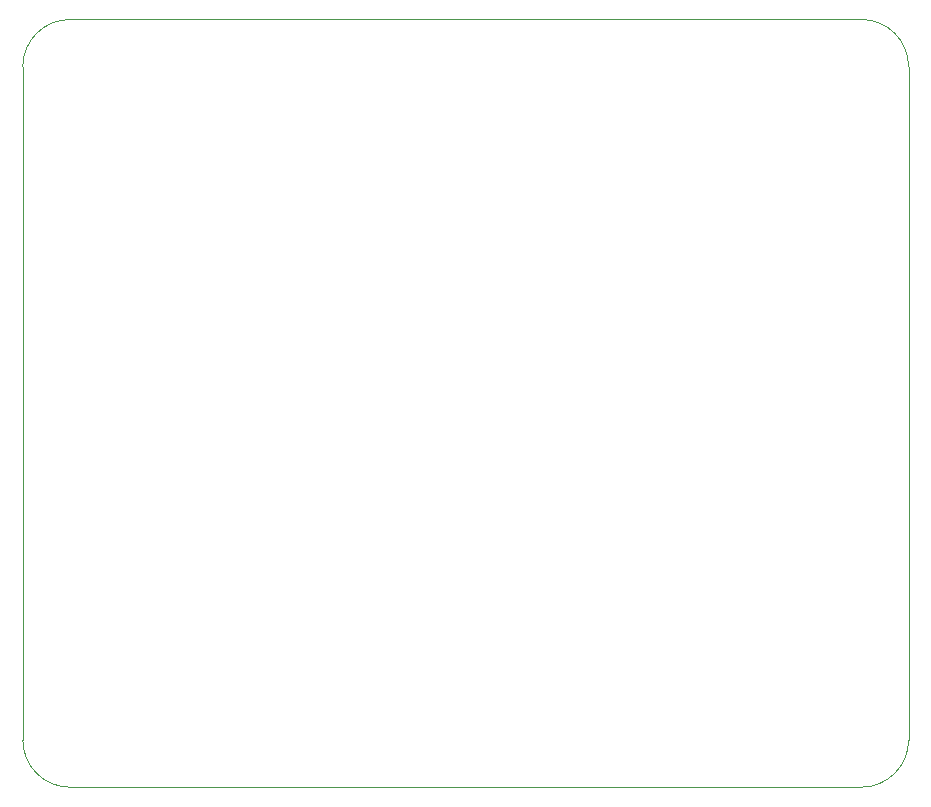
<source format=gbr>
%TF.GenerationSoftware,KiCad,Pcbnew,(7.0.0)*%
%TF.CreationDate,2023-06-14T15:09:39+02:00*%
%TF.ProjectId,PEE50_voltametrie,50454535-305f-4766-9f6c-74616d657472,rev?*%
%TF.SameCoordinates,Original*%
%TF.FileFunction,Profile,NP*%
%FSLAX46Y46*%
G04 Gerber Fmt 4.6, Leading zero omitted, Abs format (unit mm)*
G04 Created by KiCad (PCBNEW (7.0.0)) date 2023-06-14 15:09:39*
%MOMM*%
%LPD*%
G01*
G04 APERTURE LIST*
%TA.AperFunction,Profile*%
%ADD10C,0.100000*%
%TD*%
G04 APERTURE END LIST*
D10*
X206000000Y-132000000D02*
G75*
G03*
X210000000Y-128000000I0J4000000D01*
G01*
X210000000Y-71000000D02*
G75*
G03*
X206000000Y-67000000I-4000000J0D01*
G01*
X135000000Y-128000000D02*
G75*
G03*
X139000000Y-132000000I4000000J0D01*
G01*
X210000000Y-71000000D02*
X210000000Y-128000000D01*
X139000000Y-67000000D02*
G75*
G03*
X135000000Y-71000000I0J-4000000D01*
G01*
X139000000Y-67000000D02*
X206000000Y-67000000D01*
X206000000Y-132000000D02*
X139000000Y-132000000D01*
X135000000Y-128000000D02*
X135000000Y-71000000D01*
M02*

</source>
